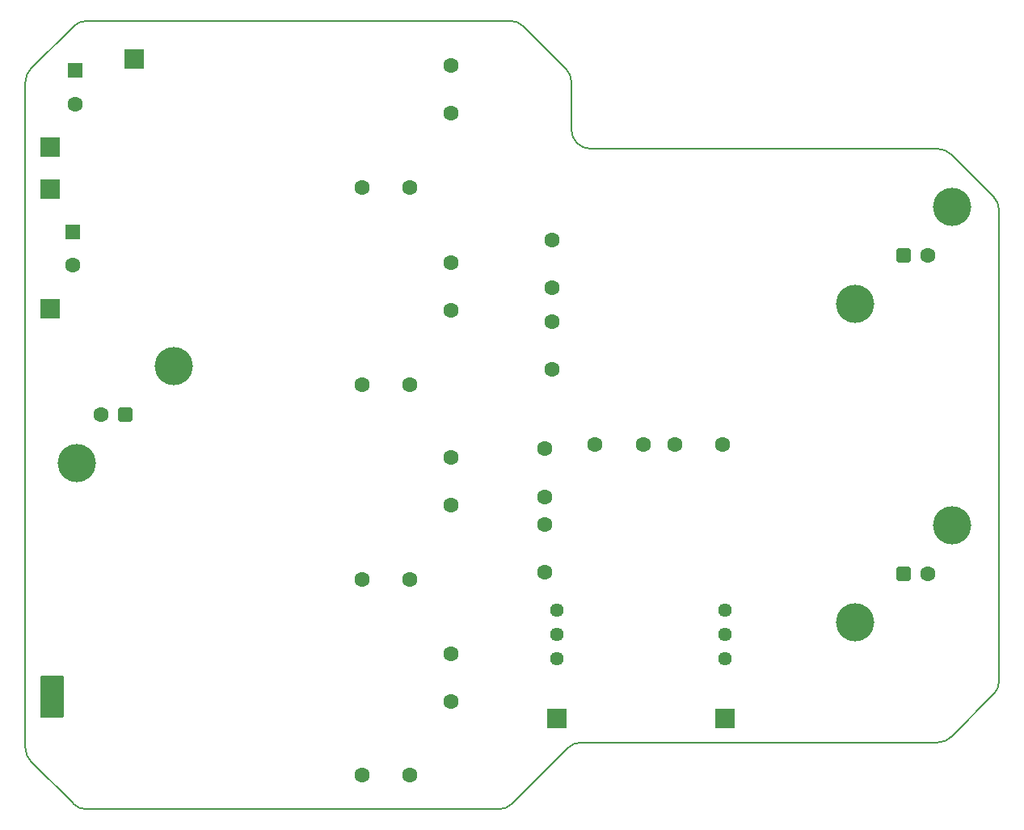
<source format=gbr>
%TF.GenerationSoftware,KiCad,Pcbnew,7.0.10*%
%TF.CreationDate,2024-02-08T22:37:47+01:00*%
%TF.ProjectId,LNA_1MHz,4c4e415f-314d-4487-9a2e-6b696361645f,V0*%
%TF.SameCoordinates,PX62ccf80PY8214c80*%
%TF.FileFunction,Soldermask,Bot*%
%TF.FilePolarity,Negative*%
%FSLAX46Y46*%
G04 Gerber Fmt 4.6, Leading zero omitted, Abs format (unit mm)*
G04 Created by KiCad (PCBNEW 7.0.10) date 2024-02-08 22:37:47*
%MOMM*%
%LPD*%
G01*
G04 APERTURE LIST*
G04 Aperture macros list*
%AMRoundRect*
0 Rectangle with rounded corners*
0 $1 Rounding radius*
0 $2 $3 $4 $5 $6 $7 $8 $9 X,Y pos of 4 corners*
0 Add a 4 corners polygon primitive as box body*
4,1,4,$2,$3,$4,$5,$6,$7,$8,$9,$2,$3,0*
0 Add four circle primitives for the rounded corners*
1,1,$1+$1,$2,$3*
1,1,$1+$1,$4,$5*
1,1,$1+$1,$6,$7*
1,1,$1+$1,$8,$9*
0 Add four rect primitives between the rounded corners*
20,1,$1+$1,$2,$3,$4,$5,0*
20,1,$1+$1,$4,$5,$6,$7,0*
20,1,$1+$1,$6,$7,$8,$9,0*
20,1,$1+$1,$8,$9,$2,$3,0*%
G04 Aperture macros list end*
%ADD10C,4.000000*%
%ADD11RoundRect,0.400000X-0.400000X-0.400000X0.400000X-0.400000X0.400000X0.400000X-0.400000X0.400000X0*%
%ADD12C,1.600000*%
%ADD13R,1.600000X1.600000*%
%ADD14R,2.000000X2.000000*%
%ADD15RoundRect,0.400000X0.400000X0.400000X-0.400000X0.400000X-0.400000X-0.400000X0.400000X-0.400000X0*%
%ADD16C,1.440000*%
%TA.AperFunction,Profile*%
%ADD17C,0.200000*%
%TD*%
G04 APERTURE END LIST*
D10*
X15580000Y46430000D03*
X5420000Y36270000D03*
D11*
X10500000Y41350000D03*
D12*
X7960000Y41350000D03*
D13*
X5000000Y60500000D03*
D12*
X5000000Y57000000D03*
X44562500Y57250000D03*
X44562500Y52250000D03*
D14*
X2600000Y65000000D03*
X11400000Y78600000D03*
D10*
X86920000Y19620000D03*
X97080000Y29780000D03*
D15*
X92000000Y24700000D03*
D12*
X94540000Y24700000D03*
X55200000Y59650000D03*
X55200000Y54650000D03*
X54400000Y24850000D03*
X54400000Y29850000D03*
X40300000Y3550000D03*
X35300000Y3550000D03*
D14*
X2600000Y52400000D03*
D12*
X55200000Y46100000D03*
X55200000Y51100000D03*
D16*
X55650000Y20830000D03*
X55650000Y18290000D03*
X55650000Y15750000D03*
D14*
X73250000Y9550000D03*
D10*
X86920000Y52920000D03*
X97080000Y63080000D03*
D15*
X92000000Y58000000D03*
D12*
X94540000Y58000000D03*
X44600000Y16300000D03*
X44600000Y11300000D03*
X40262500Y44500000D03*
X35262500Y44500000D03*
X54400000Y37750000D03*
X54400000Y32750000D03*
D14*
X55650000Y9550000D03*
D12*
X59700000Y38200000D03*
X64700000Y38200000D03*
X44562500Y77890000D03*
X44562500Y72890000D03*
X44562500Y36850000D03*
X44562500Y31850000D03*
D16*
X73250000Y20830000D03*
X73250000Y18290000D03*
X73250000Y15750000D03*
D14*
X2600000Y69400000D03*
D12*
X40262500Y65140000D03*
X35262500Y65140000D03*
X40262500Y24100000D03*
X35262500Y24100000D03*
X73000000Y38200000D03*
X68000000Y38200000D03*
D13*
X5200000Y77400000D03*
D12*
X5200000Y73900000D03*
G36*
X3943039Y13980315D02*
G01*
X3988794Y13927511D01*
X4000000Y13876000D01*
X4000000Y9724000D01*
X3980315Y9656961D01*
X3927511Y9611206D01*
X3876000Y9600000D01*
X1724000Y9600000D01*
X1656961Y9619685D01*
X1611206Y9672489D01*
X1600000Y9724000D01*
X1600000Y13876000D01*
X1619685Y13943039D01*
X1672489Y13988794D01*
X1724000Y14000000D01*
X3876000Y14000000D01*
X3943039Y13980315D01*
G37*
D17*
X57200000Y71200000D02*
G75*
G03*
X59200000Y69200000I2000000J0D01*
G01*
X5014213Y82014214D02*
X585786Y77585786D01*
X57200000Y71200000D02*
X57200000Y76171573D01*
X5014200Y585773D02*
G75*
G03*
X6428427Y0I1414200J1414227D01*
G01*
X585786Y5014214D02*
X5014213Y585786D01*
X585772Y77585800D02*
G75*
G03*
X0Y76171573I1414228J-1414200D01*
G01*
X6428427Y82599981D02*
G75*
G03*
X5014213Y82014214I-27J-1999981D01*
G01*
X6428427Y0D02*
X49571572Y0D01*
X102000000Y13428427D02*
X102000000Y62771573D01*
X101414213Y64185786D02*
X96985786Y68614214D01*
X57199980Y76171573D02*
G75*
G03*
X56614213Y77585786I-1999980J27D01*
G01*
X58228427Y6999981D02*
G75*
G03*
X56814213Y6414214I-27J-1999981D01*
G01*
X95571572Y69200000D02*
X59200000Y69200000D01*
X95571572Y7000020D02*
G75*
G03*
X96985785Y7585787I28J1999980D01*
G01*
X101999980Y62771573D02*
G75*
G03*
X101414213Y64185786I-1999980J27D01*
G01*
X96985786Y7585786D02*
X101414213Y12014214D01*
X50985786Y585786D02*
X56814213Y6414214D01*
X56614213Y77585786D02*
X52185786Y82014214D01*
X50771572Y82600000D02*
X6428427Y82600000D01*
X101414227Y12014200D02*
G75*
G03*
X102000000Y13428427I-1414227J1414200D01*
G01*
X58228427Y7000000D02*
X95571572Y7000000D01*
X0Y76171573D02*
X0Y6428427D01*
X49571572Y20D02*
G75*
G03*
X50985785Y585787I28J1999980D01*
G01*
X96985800Y68614228D02*
G75*
G03*
X95571572Y69200000I-1414200J-1414228D01*
G01*
X52185800Y82014228D02*
G75*
G03*
X50771572Y82600000I-1414200J-1414228D01*
G01*
X20Y6428427D02*
G75*
G03*
X585787Y5014215I1999980J-27D01*
G01*
M02*

</source>
